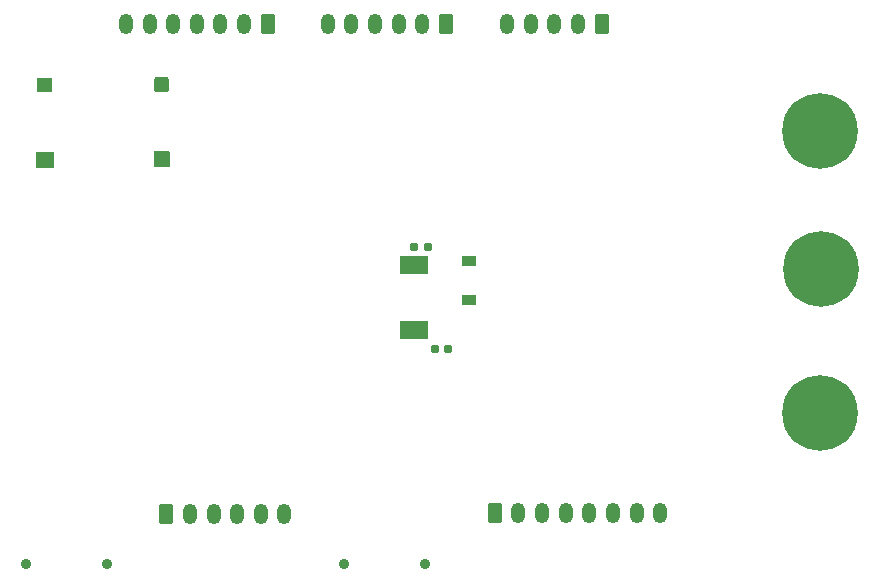
<source format=gbs>
%TF.GenerationSoftware,KiCad,Pcbnew,7.0.1-0*%
%TF.CreationDate,2023-08-15T02:12:02+05:30*%
%TF.ProjectId,retry1,72657472-7931-42e6-9b69-6361645f7063,rev?*%
%TF.SameCoordinates,Original*%
%TF.FileFunction,Soldermask,Bot*%
%TF.FilePolarity,Negative*%
%FSLAX46Y46*%
G04 Gerber Fmt 4.6, Leading zero omitted, Abs format (unit mm)*
G04 Created by KiCad (PCBNEW 7.0.1-0) date 2023-08-15 02:12:02*
%MOMM*%
%LPD*%
G01*
G04 APERTURE LIST*
G04 Aperture macros list*
%AMRoundRect*
0 Rectangle with rounded corners*
0 $1 Rounding radius*
0 $2 $3 $4 $5 $6 $7 $8 $9 X,Y pos of 4 corners*
0 Add a 4 corners polygon primitive as box body*
4,1,4,$2,$3,$4,$5,$6,$7,$8,$9,$2,$3,0*
0 Add four circle primitives for the rounded corners*
1,1,$1+$1,$2,$3*
1,1,$1+$1,$4,$5*
1,1,$1+$1,$6,$7*
1,1,$1+$1,$8,$9*
0 Add four rect primitives between the rounded corners*
20,1,$1+$1,$2,$3,$4,$5,0*
20,1,$1+$1,$4,$5,$6,$7,0*
20,1,$1+$1,$6,$7,$8,$9,0*
20,1,$1+$1,$8,$9,$2,$3,0*%
G04 Aperture macros list end*
%ADD10RoundRect,0.250000X0.350000X0.625000X-0.350000X0.625000X-0.350000X-0.625000X0.350000X-0.625000X0*%
%ADD11O,1.200000X1.750000*%
%ADD12C,0.800000*%
%ADD13C,6.400000*%
%ADD14C,0.900000*%
%ADD15RoundRect,0.250000X-0.350000X-0.625000X0.350000X-0.625000X0.350000X0.625000X-0.350000X0.625000X0*%
%ADD16RoundRect,0.155000X-0.212500X-0.155000X0.212500X-0.155000X0.212500X0.155000X-0.212500X0.155000X0*%
%ADD17R,0.900000X0.900000*%
%ADD18R,1.200000X0.900000*%
%ADD19R,2.400000X1.500000*%
G04 APERTURE END LIST*
D10*
%TO.C,Hall*%
X135197600Y-94970600D03*
D11*
X133197600Y-94970600D03*
X131197600Y-94970600D03*
X129197600Y-94970600D03*
X127197600Y-94970600D03*
%TD*%
D10*
%TO.C,JTAG*%
X106914366Y-94992367D03*
D11*
X104914366Y-94992367D03*
X102914366Y-94992367D03*
X100914366Y-94992367D03*
X98914366Y-94992367D03*
X96914366Y-94992367D03*
X94914366Y-94992367D03*
%TD*%
D12*
%TO.C,A*%
X151295400Y-127863600D03*
X151998344Y-126166544D03*
X151998344Y-129560656D03*
X153695400Y-125463600D03*
D13*
X153695400Y-127863600D03*
D12*
X153695400Y-130263600D03*
X155392456Y-126166544D03*
X155392456Y-129560656D03*
X156095400Y-127863600D03*
%TD*%
D10*
%TO.C,Comms*%
X122009442Y-94980552D03*
D11*
X120009442Y-94980552D03*
X118009442Y-94980552D03*
X116009442Y-94980552D03*
X114009442Y-94980552D03*
X112009442Y-94980552D03*
%TD*%
D14*
%TO.C,sw*%
X86476000Y-140672000D03*
X93276000Y-140672000D03*
%TD*%
D15*
%TO.C,SWD*%
X98338000Y-136444000D03*
D11*
X100338000Y-136444000D03*
X102338000Y-136444000D03*
X104338000Y-136444000D03*
X106338000Y-136444000D03*
X108338000Y-136444000D03*
%TD*%
D12*
%TO.C,B*%
X151341456Y-115717656D03*
X152044400Y-114020600D03*
X152044400Y-117414712D03*
X153741456Y-113317656D03*
D13*
X153741456Y-115717656D03*
D12*
X153741456Y-118117656D03*
X155438512Y-114020600D03*
X155438512Y-117414712D03*
X156141456Y-115717656D03*
%TD*%
%TO.C,C*%
X151295400Y-104063800D03*
X151998344Y-102366744D03*
X151998344Y-105760856D03*
X153695400Y-101663800D03*
D13*
X153695400Y-104063800D03*
D12*
X153695400Y-106463800D03*
X155392456Y-102366744D03*
X155392456Y-105760856D03*
X156095400Y-104063800D03*
%TD*%
D15*
%TO.C,Gpio Access*%
X126146800Y-136386400D03*
D11*
X128146800Y-136386400D03*
X130146800Y-136386400D03*
X132146800Y-136386400D03*
X134146800Y-136386400D03*
X136146800Y-136386400D03*
X138146800Y-136386400D03*
X140146800Y-136386400D03*
%TD*%
D14*
%TO.C,nFault*%
X113400000Y-140672000D03*
X120200000Y-140672000D03*
%TD*%
D16*
%TO.C,C30*%
X121047700Y-122478800D03*
X122182700Y-122478800D03*
%TD*%
%TO.C,C32*%
X119320500Y-113818400D03*
X120455500Y-113818400D03*
%TD*%
D17*
%TO.C,TP2*%
X88061800Y-106451400D03*
%TD*%
%TO.C,TP4*%
X97967800Y-106451400D03*
%TD*%
D18*
%TO.C,D4*%
X124002800Y-115038600D03*
X124002800Y-118338600D03*
%TD*%
D17*
%TO.C,TP1*%
X88011000Y-100152200D03*
%TD*%
%TO.C,TP3*%
X97967800Y-100101400D03*
%TD*%
D19*
%TO.C,L2*%
X119278400Y-120861000D03*
X119278400Y-115361000D03*
%TD*%
G36*
X88787200Y-105782213D02*
G01*
X88832587Y-105827600D01*
X88849200Y-105889600D01*
X88849200Y-107013200D01*
X88832587Y-107075200D01*
X88787200Y-107120587D01*
X88725200Y-107137200D01*
X87398400Y-107137200D01*
X87336400Y-107120587D01*
X87291013Y-107075200D01*
X87274400Y-107013200D01*
X87274400Y-105889600D01*
X87291013Y-105827600D01*
X87336400Y-105782213D01*
X87398400Y-105765600D01*
X88725200Y-105765600D01*
X88787200Y-105782213D01*
G37*
G36*
X88584000Y-99533813D02*
G01*
X88629387Y-99579200D01*
X88646000Y-99641200D01*
X88646000Y-100637800D01*
X88629387Y-100699800D01*
X88584000Y-100745187D01*
X88522000Y-100761800D01*
X87525400Y-100761800D01*
X87463400Y-100745187D01*
X87418013Y-100699800D01*
X87401400Y-100637800D01*
X87401400Y-99641200D01*
X87418013Y-99579200D01*
X87463400Y-99533813D01*
X87525400Y-99517200D01*
X88522000Y-99517200D01*
X88584000Y-99533813D01*
G37*
G36*
X98464600Y-99483013D02*
G01*
X98509987Y-99528400D01*
X98526600Y-99590400D01*
X98526600Y-100587000D01*
X98509987Y-100649000D01*
X98464600Y-100694387D01*
X98402600Y-100711000D01*
X97456800Y-100711000D01*
X97394800Y-100694387D01*
X97349413Y-100649000D01*
X97332800Y-100587000D01*
X97332800Y-99590400D01*
X97349413Y-99528400D01*
X97394800Y-99483013D01*
X97456800Y-99466400D01*
X98402600Y-99466400D01*
X98464600Y-99483013D01*
G37*
G36*
X98566200Y-105756813D02*
G01*
X98611587Y-105802200D01*
X98628200Y-105864200D01*
X98628200Y-106962400D01*
X98611587Y-107024400D01*
X98566200Y-107069787D01*
X98504200Y-107086400D01*
X97380600Y-107086400D01*
X97318600Y-107069787D01*
X97273213Y-107024400D01*
X97256600Y-106962400D01*
X97256600Y-105864200D01*
X97273213Y-105802200D01*
X97318600Y-105756813D01*
X97380600Y-105740200D01*
X98504200Y-105740200D01*
X98566200Y-105756813D01*
G37*
M02*

</source>
